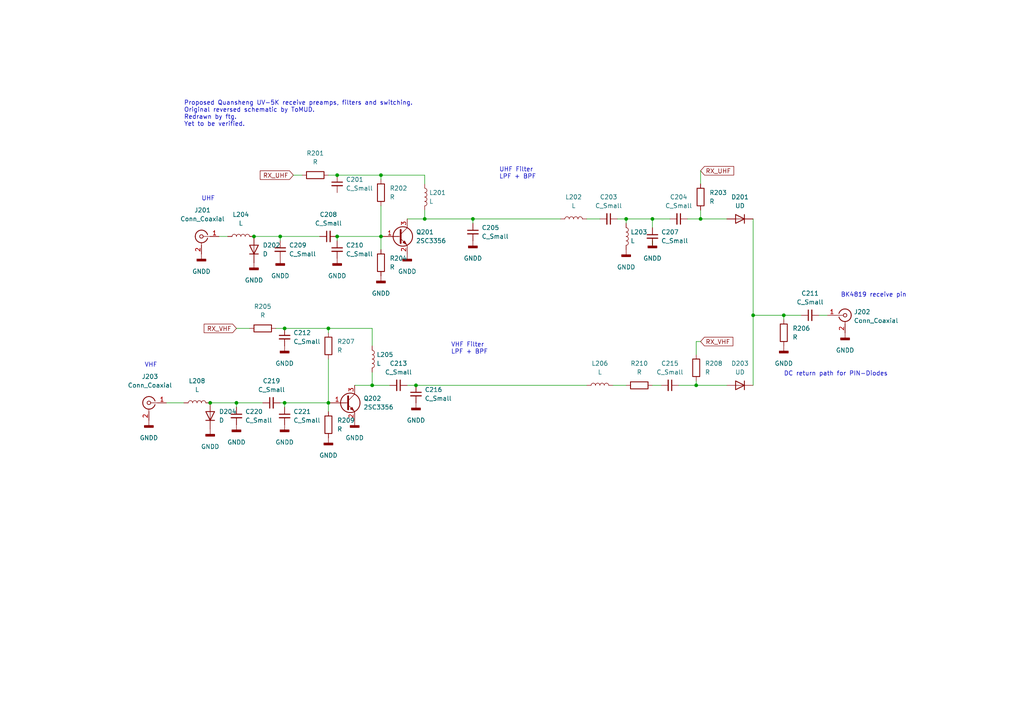
<source format=kicad_sch>
(kicad_sch (version 20211123) (generator eeschema)

  (uuid 0a203313-b256-4b1f-ba3a-fa2f0afd9562)

  (paper "A4")

  (lib_symbols
    (symbol "Connector:Conn_Coaxial" (pin_names (offset 1.016) hide) (in_bom yes) (on_board yes)
      (property "Reference" "J" (id 0) (at 0.254 3.048 0)
        (effects (font (size 1.27 1.27)))
      )
      (property "Value" "Conn_Coaxial" (id 1) (at 2.921 0 90)
        (effects (font (size 1.27 1.27)))
      )
      (property "Footprint" "" (id 2) (at 0 0 0)
        (effects (font (size 1.27 1.27)) hide)
      )
      (property "Datasheet" " ~" (id 3) (at 0 0 0)
        (effects (font (size 1.27 1.27)) hide)
      )
      (property "ki_keywords" "BNC SMA SMB SMC LEMO coaxial connector CINCH RCA" (id 4) (at 0 0 0)
        (effects (font (size 1.27 1.27)) hide)
      )
      (property "ki_description" "coaxial connector (BNC, SMA, SMB, SMC, Cinch/RCA, LEMO, ...)" (id 5) (at 0 0 0)
        (effects (font (size 1.27 1.27)) hide)
      )
      (property "ki_fp_filters" "*BNC* *SMA* *SMB* *SMC* *Cinch* *LEMO*" (id 6) (at 0 0 0)
        (effects (font (size 1.27 1.27)) hide)
      )
      (symbol "Conn_Coaxial_0_1"
        (arc (start -1.778 -0.508) (mid 0.2311 -1.8066) (end 1.778 0)
          (stroke (width 0.254) (type default) (color 0 0 0 0))
          (fill (type none))
        )
        (polyline
          (pts
            (xy -2.54 0)
            (xy -0.508 0)
          )
          (stroke (width 0) (type default) (color 0 0 0 0))
          (fill (type none))
        )
        (polyline
          (pts
            (xy 0 -2.54)
            (xy 0 -1.778)
          )
          (stroke (width 0) (type default) (color 0 0 0 0))
          (fill (type none))
        )
        (circle (center 0 0) (radius 0.508)
          (stroke (width 0.2032) (type default) (color 0 0 0 0))
          (fill (type none))
        )
        (arc (start 1.778 0) (mid 0.2099 1.8101) (end -1.778 0.508)
          (stroke (width 0.254) (type default) (color 0 0 0 0))
          (fill (type none))
        )
      )
      (symbol "Conn_Coaxial_1_1"
        (pin passive line (at -5.08 0 0) (length 2.54)
          (name "In" (effects (font (size 1.27 1.27))))
          (number "1" (effects (font (size 1.27 1.27))))
        )
        (pin passive line (at 0 -5.08 90) (length 2.54)
          (name "Ext" (effects (font (size 1.27 1.27))))
          (number "2" (effects (font (size 1.27 1.27))))
        )
      )
    )
    (symbol "Device:C_Small" (pin_numbers hide) (pin_names (offset 0.254) hide) (in_bom yes) (on_board yes)
      (property "Reference" "C" (id 0) (at 0.254 1.778 0)
        (effects (font (size 1.27 1.27)) (justify left))
      )
      (property "Value" "C_Small" (id 1) (at 0.254 -2.032 0)
        (effects (font (size 1.27 1.27)) (justify left))
      )
      (property "Footprint" "" (id 2) (at 0 0 0)
        (effects (font (size 1.27 1.27)) hide)
      )
      (property "Datasheet" "~" (id 3) (at 0 0 0)
        (effects (font (size 1.27 1.27)) hide)
      )
      (property "ki_keywords" "capacitor cap" (id 4) (at 0 0 0)
        (effects (font (size 1.27 1.27)) hide)
      )
      (property "ki_description" "Unpolarized capacitor, small symbol" (id 5) (at 0 0 0)
        (effects (font (size 1.27 1.27)) hide)
      )
      (property "ki_fp_filters" "C_*" (id 6) (at 0 0 0)
        (effects (font (size 1.27 1.27)) hide)
      )
      (symbol "C_Small_0_1"
        (polyline
          (pts
            (xy -1.524 -0.508)
            (xy 1.524 -0.508)
          )
          (stroke (width 0.3302) (type default) (color 0 0 0 0))
          (fill (type none))
        )
        (polyline
          (pts
            (xy -1.524 0.508)
            (xy 1.524 0.508)
          )
          (stroke (width 0.3048) (type default) (color 0 0 0 0))
          (fill (type none))
        )
      )
      (symbol "C_Small_1_1"
        (pin passive line (at 0 2.54 270) (length 2.032)
          (name "~" (effects (font (size 1.27 1.27))))
          (number "1" (effects (font (size 1.27 1.27))))
        )
        (pin passive line (at 0 -2.54 90) (length 2.032)
          (name "~" (effects (font (size 1.27 1.27))))
          (number "2" (effects (font (size 1.27 1.27))))
        )
      )
    )
    (symbol "Device:D" (pin_numbers hide) (pin_names (offset 1.016) hide) (in_bom yes) (on_board yes)
      (property "Reference" "D" (id 0) (at 0 2.54 0)
        (effects (font (size 1.27 1.27)))
      )
      (property "Value" "D" (id 1) (at 0 -2.54 0)
        (effects (font (size 1.27 1.27)))
      )
      (property "Footprint" "" (id 2) (at 0 0 0)
        (effects (font (size 1.27 1.27)) hide)
      )
      (property "Datasheet" "~" (id 3) (at 0 0 0)
        (effects (font (size 1.27 1.27)) hide)
      )
      (property "ki_keywords" "diode" (id 4) (at 0 0 0)
        (effects (font (size 1.27 1.27)) hide)
      )
      (property "ki_description" "Diode" (id 5) (at 0 0 0)
        (effects (font (size 1.27 1.27)) hide)
      )
      (property "ki_fp_filters" "TO-???* *_Diode_* *SingleDiode* D_*" (id 6) (at 0 0 0)
        (effects (font (size 1.27 1.27)) hide)
      )
      (symbol "D_0_1"
        (polyline
          (pts
            (xy -1.27 1.27)
            (xy -1.27 -1.27)
          )
          (stroke (width 0.254) (type default) (color 0 0 0 0))
          (fill (type none))
        )
        (polyline
          (pts
            (xy 1.27 0)
            (xy -1.27 0)
          )
          (stroke (width 0) (type default) (color 0 0 0 0))
          (fill (type none))
        )
        (polyline
          (pts
            (xy 1.27 1.27)
            (xy 1.27 -1.27)
            (xy -1.27 0)
            (xy 1.27 1.27)
          )
          (stroke (width 0.254) (type default) (color 0 0 0 0))
          (fill (type none))
        )
      )
      (symbol "D_1_1"
        (pin passive line (at -3.81 0 0) (length 2.54)
          (name "K" (effects (font (size 1.27 1.27))))
          (number "1" (effects (font (size 1.27 1.27))))
        )
        (pin passive line (at 3.81 0 180) (length 2.54)
          (name "A" (effects (font (size 1.27 1.27))))
          (number "2" (effects (font (size 1.27 1.27))))
        )
      )
    )
    (symbol "Device:L" (pin_numbers hide) (pin_names (offset 1.016) hide) (in_bom yes) (on_board yes)
      (property "Reference" "L" (id 0) (at -1.27 0 90)
        (effects (font (size 1.27 1.27)))
      )
      (property "Value" "L" (id 1) (at 1.905 0 90)
        (effects (font (size 1.27 1.27)))
      )
      (property "Footprint" "" (id 2) (at 0 0 0)
        (effects (font (size 1.27 1.27)) hide)
      )
      (property "Datasheet" "~" (id 3) (at 0 0 0)
        (effects (font (size 1.27 1.27)) hide)
      )
      (property "ki_keywords" "inductor choke coil reactor magnetic" (id 4) (at 0 0 0)
        (effects (font (size 1.27 1.27)) hide)
      )
      (property "ki_description" "Inductor" (id 5) (at 0 0 0)
        (effects (font (size 1.27 1.27)) hide)
      )
      (property "ki_fp_filters" "Choke_* *Coil* Inductor_* L_*" (id 6) (at 0 0 0)
        (effects (font (size 1.27 1.27)) hide)
      )
      (symbol "L_0_1"
        (arc (start 0 -2.54) (mid 0.635 -1.905) (end 0 -1.27)
          (stroke (width 0) (type default) (color 0 0 0 0))
          (fill (type none))
        )
        (arc (start 0 -1.27) (mid 0.635 -0.635) (end 0 0)
          (stroke (width 0) (type default) (color 0 0 0 0))
          (fill (type none))
        )
        (arc (start 0 0) (mid 0.635 0.635) (end 0 1.27)
          (stroke (width 0) (type default) (color 0 0 0 0))
          (fill (type none))
        )
        (arc (start 0 1.27) (mid 0.635 1.905) (end 0 2.54)
          (stroke (width 0) (type default) (color 0 0 0 0))
          (fill (type none))
        )
      )
      (symbol "L_1_1"
        (pin passive line (at 0 3.81 270) (length 1.27)
          (name "1" (effects (font (size 1.27 1.27))))
          (number "1" (effects (font (size 1.27 1.27))))
        )
        (pin passive line (at 0 -3.81 90) (length 1.27)
          (name "2" (effects (font (size 1.27 1.27))))
          (number "2" (effects (font (size 1.27 1.27))))
        )
      )
    )
    (symbol "Device:R" (pin_numbers hide) (pin_names (offset 0)) (in_bom yes) (on_board yes)
      (property "Reference" "R" (id 0) (at 2.032 0 90)
        (effects (font (size 1.27 1.27)))
      )
      (property "Value" "R" (id 1) (at 0 0 90)
        (effects (font (size 1.27 1.27)))
      )
      (property "Footprint" "" (id 2) (at -1.778 0 90)
        (effects (font (size 1.27 1.27)) hide)
      )
      (property "Datasheet" "~" (id 3) (at 0 0 0)
        (effects (font (size 1.27 1.27)) hide)
      )
      (property "ki_keywords" "R res resistor" (id 4) (at 0 0 0)
        (effects (font (size 1.27 1.27)) hide)
      )
      (property "ki_description" "Resistor" (id 5) (at 0 0 0)
        (effects (font (size 1.27 1.27)) hide)
      )
      (property "ki_fp_filters" "R_*" (id 6) (at 0 0 0)
        (effects (font (size 1.27 1.27)) hide)
      )
      (symbol "R_0_1"
        (rectangle (start -1.016 -2.54) (end 1.016 2.54)
          (stroke (width 0.254) (type default) (color 0 0 0 0))
          (fill (type none))
        )
      )
      (symbol "R_1_1"
        (pin passive line (at 0 3.81 270) (length 1.27)
          (name "~" (effects (font (size 1.27 1.27))))
          (number "1" (effects (font (size 1.27 1.27))))
        )
        (pin passive line (at 0 -3.81 90) (length 1.27)
          (name "~" (effects (font (size 1.27 1.27))))
          (number "2" (effects (font (size 1.27 1.27))))
        )
      )
    )
    (symbol "Transistor_BJT:BFR92" (pin_names (offset 0) hide) (in_bom yes) (on_board yes)
      (property "Reference" "Q" (id 0) (at 5.08 1.905 0)
        (effects (font (size 1.27 1.27)) (justify left))
      )
      (property "Value" "BFR92" (id 1) (at 5.08 0 0)
        (effects (font (size 1.27 1.27)) (justify left))
      )
      (property "Footprint" "Package_TO_SOT_SMD:SOT-323_SC-70" (id 2) (at 5.08 -1.905 0)
        (effects (font (size 1.27 1.27) italic) (justify left) hide)
      )
      (property "Datasheet" "https://assets.nexperia.com/documents/data-sheet/BFR92A_N.pdf" (id 3) (at 0 0 0)
        (effects (font (size 1.27 1.27)) (justify left) hide)
      )
      (property "ki_keywords" "RF 5GHz NPN Transistor" (id 4) (at 0 0 0)
        (effects (font (size 1.27 1.27)) hide)
      )
      (property "ki_description" "0.025A Ic, 15V Vce, 5GHz Wideband NPN Transistor, SOT-323" (id 5) (at 0 0 0)
        (effects (font (size 1.27 1.27)) hide)
      )
      (property "ki_fp_filters" "SOT?323*" (id 6) (at 0 0 0)
        (effects (font (size 1.27 1.27)) hide)
      )
      (symbol "BFR92_0_1"
        (polyline
          (pts
            (xy 0 0)
            (xy 0.635 0)
          )
          (stroke (width 0) (type default) (color 0 0 0 0))
          (fill (type none))
        )
        (polyline
          (pts
            (xy 0.635 0.635)
            (xy 2.54 2.54)
          )
          (stroke (width 0) (type default) (color 0 0 0 0))
          (fill (type none))
        )
        (polyline
          (pts
            (xy 2.54 -2.54)
            (xy 0.635 -0.635)
          )
          (stroke (width 0) (type default) (color 0 0 0 0))
          (fill (type none))
        )
        (polyline
          (pts
            (xy 0.635 1.905)
            (xy 0.635 0)
            (xy 0.635 -1.905)
            (xy 0.635 -1.905)
          )
          (stroke (width 0.508) (type default) (color 0 0 0 0))
          (fill (type none))
        )
        (polyline
          (pts
            (xy 2.286 -2.286)
            (xy 1.778 -1.27)
            (xy 1.27 -1.778)
            (xy 2.286 -2.286)
            (xy 2.286 -2.286)
          )
          (stroke (width 0) (type default) (color 0 0 0 0))
          (fill (type outline))
        )
        (circle (center 1.27 0) (radius 2.8194)
          (stroke (width 0.254) (type default) (color 0 0 0 0))
          (fill (type none))
        )
      )
      (symbol "BFR92_1_1"
        (pin input line (at -5.08 0 0) (length 5.08)
          (name "B" (effects (font (size 1.27 1.27))))
          (number "1" (effects (font (size 1.27 1.27))))
        )
        (pin passive line (at 2.54 -5.08 90) (length 2.54)
          (name "E" (effects (font (size 1.27 1.27))))
          (number "2" (effects (font (size 1.27 1.27))))
        )
        (pin passive line (at 2.54 5.08 270) (length 2.54)
          (name "C" (effects (font (size 1.27 1.27))))
          (number "3" (effects (font (size 1.27 1.27))))
        )
      )
    )
    (symbol "power:GNDD" (power) (pin_names (offset 0)) (in_bom yes) (on_board yes)
      (property "Reference" "#PWR" (id 0) (at 0 -6.35 0)
        (effects (font (size 1.27 1.27)) hide)
      )
      (property "Value" "GNDD" (id 1) (at 0 -3.175 0)
        (effects (font (size 1.27 1.27)))
      )
      (property "Footprint" "" (id 2) (at 0 0 0)
        (effects (font (size 1.27 1.27)) hide)
      )
      (property "Datasheet" "" (id 3) (at 0 0 0)
        (effects (font (size 1.27 1.27)) hide)
      )
      (property "ki_keywords" "power-flag" (id 4) (at 0 0 0)
        (effects (font (size 1.27 1.27)) hide)
      )
      (property "ki_description" "Power symbol creates a global label with name \"GNDD\" , digital ground" (id 5) (at 0 0 0)
        (effects (font (size 1.27 1.27)) hide)
      )
      (symbol "GNDD_0_1"
        (rectangle (start -1.27 -1.524) (end 1.27 -2.032)
          (stroke (width 0.254) (type default) (color 0 0 0 0))
          (fill (type outline))
        )
        (polyline
          (pts
            (xy 0 0)
            (xy 0 -1.524)
          )
          (stroke (width 0) (type default) (color 0 0 0 0))
          (fill (type none))
        )
      )
      (symbol "GNDD_1_1"
        (pin power_in line (at 0 0 270) (length 0) hide
          (name "GNDD" (effects (font (size 1.27 1.27))))
          (number "1" (effects (font (size 1.27 1.27))))
        )
      )
    )
  )

  (junction (at 81.28 68.58) (diameter 0) (color 0 0 0 0)
    (uuid 06d88f2e-3828-4d59-96af-9478346a4f84)
  )
  (junction (at 73.66 68.58) (diameter 0) (color 0 0 0 0)
    (uuid 082a3a31-0c9f-4ff7-b9b7-cdb8a25aa817)
  )
  (junction (at 107.95 111.76) (diameter 0) (color 0 0 0 0)
    (uuid 21158411-b5fd-48aa-86f5-c60ee3281638)
  )
  (junction (at 123.19 63.5) (diameter 0) (color 0 0 0 0)
    (uuid 283513e4-110d-4233-9643-8a8a4ef9d702)
  )
  (junction (at 110.49 68.58) (diameter 0) (color 0 0 0 0)
    (uuid 3aedb562-9313-4b30-a758-334ca2acf401)
  )
  (junction (at 95.25 116.84) (diameter 0) (color 0 0 0 0)
    (uuid 4cb0b061-9f00-4526-9642-4ae652190ecd)
  )
  (junction (at 120.65 111.76) (diameter 0) (color 0 0 0 0)
    (uuid 5d40bf60-366d-4700-bca4-7d1bb000d47a)
  )
  (junction (at 68.58 116.84) (diameter 0) (color 0 0 0 0)
    (uuid 5d988ce6-0b9b-44d2-9b0f-a8c2f49ac7db)
  )
  (junction (at 60.96 116.84) (diameter 0) (color 0 0 0 0)
    (uuid 5eb38465-8b32-4016-8242-db312119ae87)
  )
  (junction (at 201.93 111.76) (diameter 0) (color 0 0 0 0)
    (uuid 6e7e3f36-ff15-4381-ba6c-a94f2bb8ee0e)
  )
  (junction (at 97.79 68.58) (diameter 0) (color 0 0 0 0)
    (uuid 87642501-550a-4681-b52a-ed0fa1e22010)
  )
  (junction (at 82.55 116.84) (diameter 0) (color 0 0 0 0)
    (uuid 88b7d32a-7417-4c80-aff7-78a845407e36)
  )
  (junction (at 189.23 63.5) (diameter 0) (color 0 0 0 0)
    (uuid 8cfcc6a3-b4af-454f-ad07-64d117cf4846)
  )
  (junction (at 137.16 63.5) (diameter 0) (color 0 0 0 0)
    (uuid 8d918f9d-75b4-4703-a916-0f410edab8c8)
  )
  (junction (at 97.79 50.8) (diameter 0) (color 0 0 0 0)
    (uuid 9105ec55-6709-450c-ad7a-8fbd33d6224d)
  )
  (junction (at 227.33 91.44) (diameter 0) (color 0 0 0 0)
    (uuid 9d38e975-af99-4223-8408-8869487aaea0)
  )
  (junction (at 181.61 63.5) (diameter 0) (color 0 0 0 0)
    (uuid c548dcd6-a852-4ea1-a841-bedd47c262c6)
  )
  (junction (at 110.49 50.8) (diameter 0) (color 0 0 0 0)
    (uuid cbe4fd73-714d-49e7-9383-e3508d434c82)
  )
  (junction (at 203.2 63.5) (diameter 0) (color 0 0 0 0)
    (uuid d4380d3f-4dce-4b46-800f-90a7b786ecd0)
  )
  (junction (at 218.44 91.44) (diameter 0) (color 0 0 0 0)
    (uuid e048bcdf-9d1e-42de-a0cd-9501396193a1)
  )
  (junction (at 82.55 95.25) (diameter 0) (color 0 0 0 0)
    (uuid f71a0ac0-4276-4c3d-8713-eeb1c347315d)
  )
  (junction (at 95.25 95.25) (diameter 0) (color 0 0 0 0)
    (uuid f9e087e7-32c8-488d-8666-83579f00ba38)
  )

  (wire (pts (xy 118.11 111.76) (xy 120.65 111.76))
    (stroke (width 0) (type default) (color 0 0 0 0))
    (uuid 00187197-985c-4cef-b1e8-93662fa8d785)
  )
  (wire (pts (xy 118.11 63.5) (xy 123.19 63.5))
    (stroke (width 0) (type default) (color 0 0 0 0))
    (uuid 00f9ba9d-0f5d-4d25-9e6f-4b82c42fd7a2)
  )
  (wire (pts (xy 201.93 99.06) (xy 203.2 99.06))
    (stroke (width 0) (type default) (color 0 0 0 0))
    (uuid 02ee2c04-db77-4eda-8653-b7eddc2a1fcf)
  )
  (wire (pts (xy 227.33 92.71) (xy 227.33 91.44))
    (stroke (width 0) (type default) (color 0 0 0 0))
    (uuid 03807953-3634-4274-9050-3d4938017a44)
  )
  (wire (pts (xy 137.16 63.5) (xy 162.56 63.5))
    (stroke (width 0) (type default) (color 0 0 0 0))
    (uuid 05c58823-e46a-4e30-8c27-92580d4ca7af)
  )
  (wire (pts (xy 102.87 111.76) (xy 107.95 111.76))
    (stroke (width 0) (type default) (color 0 0 0 0))
    (uuid 09a4c568-2fc4-4bb7-b653-1610cc3ea227)
  )
  (wire (pts (xy 123.19 60.96) (xy 123.19 63.5))
    (stroke (width 0) (type default) (color 0 0 0 0))
    (uuid 0ac16ea7-56b0-404d-b9c2-340594054f95)
  )
  (wire (pts (xy 218.44 63.5) (xy 218.44 91.44))
    (stroke (width 0) (type default) (color 0 0 0 0))
    (uuid 0d107f04-efa8-4d05-8107-797416dd4568)
  )
  (wire (pts (xy 97.79 69.85) (xy 97.79 68.58))
    (stroke (width 0) (type default) (color 0 0 0 0))
    (uuid 14fc1fd4-398d-4eb4-95cb-54c3e92f66d1)
  )
  (wire (pts (xy 95.25 116.84) (xy 95.25 119.38))
    (stroke (width 0) (type default) (color 0 0 0 0))
    (uuid 17c3c0a1-1a6b-4f17-b96a-3dfd7a0bc437)
  )
  (wire (pts (xy 199.39 63.5) (xy 203.2 63.5))
    (stroke (width 0) (type default) (color 0 0 0 0))
    (uuid 1e20239c-bb0d-4452-a2e9-04b20c09713a)
  )
  (wire (pts (xy 82.55 95.25) (xy 95.25 95.25))
    (stroke (width 0) (type default) (color 0 0 0 0))
    (uuid 208a0f16-5dbc-48fa-a990-2285b03aac20)
  )
  (wire (pts (xy 181.61 64.77) (xy 181.61 63.5))
    (stroke (width 0) (type default) (color 0 0 0 0))
    (uuid 227b689b-c595-4ef5-92f4-e51ddf59662d)
  )
  (wire (pts (xy 81.28 68.58) (xy 92.71 68.58))
    (stroke (width 0) (type default) (color 0 0 0 0))
    (uuid 2f9cf29c-9ef6-49e8-b7d4-1abbb0db898f)
  )
  (wire (pts (xy 80.01 95.25) (xy 82.55 95.25))
    (stroke (width 0) (type default) (color 0 0 0 0))
    (uuid 31467126-eea7-4090-853e-f430c2608ab3)
  )
  (wire (pts (xy 179.07 63.5) (xy 181.61 63.5))
    (stroke (width 0) (type default) (color 0 0 0 0))
    (uuid 31d50373-dfa3-4479-a8f0-2093801791b6)
  )
  (wire (pts (xy 110.49 59.69) (xy 110.49 68.58))
    (stroke (width 0) (type default) (color 0 0 0 0))
    (uuid 35ad7004-1957-429f-87b8-64e6f5b5fd49)
  )
  (wire (pts (xy 189.23 63.5) (xy 189.23 66.04))
    (stroke (width 0) (type default) (color 0 0 0 0))
    (uuid 3615c494-092b-4957-9083-33f35773f6a2)
  )
  (wire (pts (xy 82.55 116.84) (xy 82.55 118.11))
    (stroke (width 0) (type default) (color 0 0 0 0))
    (uuid 3a742c2e-fc47-4fb1-9bcc-ff07660440a7)
  )
  (wire (pts (xy 81.28 116.84) (xy 82.55 116.84))
    (stroke (width 0) (type default) (color 0 0 0 0))
    (uuid 3b565b9b-c52b-402d-895c-145d0fffb233)
  )
  (wire (pts (xy 123.19 50.8) (xy 110.49 50.8))
    (stroke (width 0) (type default) (color 0 0 0 0))
    (uuid 42eea346-477a-4d77-b454-68ca6e1f0749)
  )
  (wire (pts (xy 177.8 111.76) (xy 181.61 111.76))
    (stroke (width 0) (type default) (color 0 0 0 0))
    (uuid 437cf9c5-e823-49de-8f49-49b1b834495f)
  )
  (wire (pts (xy 107.95 100.33) (xy 107.95 95.25))
    (stroke (width 0) (type default) (color 0 0 0 0))
    (uuid 45730fc2-7caf-4b41-b0a9-58d2429c4d0f)
  )
  (wire (pts (xy 73.66 68.58) (xy 81.28 68.58))
    (stroke (width 0) (type default) (color 0 0 0 0))
    (uuid 47a3d178-0530-4f89-a6ee-5df7c89bba8c)
  )
  (wire (pts (xy 110.49 68.58) (xy 110.49 72.39))
    (stroke (width 0) (type default) (color 0 0 0 0))
    (uuid 52703212-2c7b-431a-a084-55b232230c40)
  )
  (wire (pts (xy 107.95 95.25) (xy 95.25 95.25))
    (stroke (width 0) (type default) (color 0 0 0 0))
    (uuid 527b9b84-68d9-45cd-96f6-b637a03f8cc1)
  )
  (wire (pts (xy 227.33 91.44) (xy 232.41 91.44))
    (stroke (width 0) (type default) (color 0 0 0 0))
    (uuid 5b6845ad-d6b6-4970-9bd9-78c4bce1033d)
  )
  (wire (pts (xy 76.2 116.84) (xy 68.58 116.84))
    (stroke (width 0) (type default) (color 0 0 0 0))
    (uuid 5c0b5f4a-c689-4801-a7a1-3b215803ca5d)
  )
  (wire (pts (xy 181.61 63.5) (xy 189.23 63.5))
    (stroke (width 0) (type default) (color 0 0 0 0))
    (uuid 67e39b8f-7c1e-4f30-825b-b33c72b18dac)
  )
  (wire (pts (xy 63.5 68.58) (xy 66.04 68.58))
    (stroke (width 0) (type default) (color 0 0 0 0))
    (uuid 68948090-da4e-4201-8341-0b7564e1e46c)
  )
  (wire (pts (xy 82.55 116.84) (xy 95.25 116.84))
    (stroke (width 0) (type default) (color 0 0 0 0))
    (uuid 6bab0583-b208-4dd6-b40e-257537049f3b)
  )
  (wire (pts (xy 203.2 63.5) (xy 210.82 63.5))
    (stroke (width 0) (type default) (color 0 0 0 0))
    (uuid 75f186b8-d224-480e-b426-b07feec5b16b)
  )
  (wire (pts (xy 189.23 63.5) (xy 194.31 63.5))
    (stroke (width 0) (type default) (color 0 0 0 0))
    (uuid 785ed82c-5c20-40e3-bdbe-7cd8102db34b)
  )
  (wire (pts (xy 113.03 111.76) (xy 107.95 111.76))
    (stroke (width 0) (type default) (color 0 0 0 0))
    (uuid 793623d8-60d4-40d4-b5ac-de8c1d980658)
  )
  (wire (pts (xy 201.93 111.76) (xy 210.82 111.76))
    (stroke (width 0) (type default) (color 0 0 0 0))
    (uuid 8740ebeb-811f-4415-ba0c-479e1d28fff2)
  )
  (wire (pts (xy 97.79 68.58) (xy 110.49 68.58))
    (stroke (width 0) (type default) (color 0 0 0 0))
    (uuid 8a6164b9-8e42-44f3-ab94-920535aae75f)
  )
  (wire (pts (xy 218.44 91.44) (xy 227.33 91.44))
    (stroke (width 0) (type default) (color 0 0 0 0))
    (uuid 92b4cadf-8ce1-494c-a4de-48aa0381ff5d)
  )
  (wire (pts (xy 123.19 53.34) (xy 123.19 50.8))
    (stroke (width 0) (type default) (color 0 0 0 0))
    (uuid 9673b46c-71f3-4dea-9c56-9c146275142e)
  )
  (wire (pts (xy 189.23 71.12) (xy 189.23 69.85))
    (stroke (width 0) (type default) (color 0 0 0 0))
    (uuid 9826a30a-481b-4156-8903-d8b987c9e9b6)
  )
  (wire (pts (xy 68.58 95.25) (xy 72.39 95.25))
    (stroke (width 0) (type default) (color 0 0 0 0))
    (uuid 985534fc-a62a-4747-9606-5296ec99f685)
  )
  (wire (pts (xy 137.16 63.5) (xy 137.16 64.77))
    (stroke (width 0) (type default) (color 0 0 0 0))
    (uuid a0ac6cad-de96-444b-8061-81977281f7c5)
  )
  (wire (pts (xy 107.95 111.76) (xy 107.95 107.95))
    (stroke (width 0) (type default) (color 0 0 0 0))
    (uuid a5645d5f-a488-4001-ac65-7dfd96e6e179)
  )
  (wire (pts (xy 123.19 63.5) (xy 137.16 63.5))
    (stroke (width 0) (type default) (color 0 0 0 0))
    (uuid ab0ef898-feb9-4096-b364-81f5f3ce1b8f)
  )
  (wire (pts (xy 203.2 60.96) (xy 203.2 63.5))
    (stroke (width 0) (type default) (color 0 0 0 0))
    (uuid b1134919-999b-4650-a3ae-ac14c6cd2eea)
  )
  (wire (pts (xy 97.79 50.8) (xy 95.25 50.8))
    (stroke (width 0) (type default) (color 0 0 0 0))
    (uuid b16e0efe-c295-4897-ba99-52e29aceb36a)
  )
  (wire (pts (xy 201.93 110.49) (xy 201.93 111.76))
    (stroke (width 0) (type default) (color 0 0 0 0))
    (uuid b20b3145-5370-4aa3-acb7-35e3c2135398)
  )
  (wire (pts (xy 170.18 63.5) (xy 173.99 63.5))
    (stroke (width 0) (type default) (color 0 0 0 0))
    (uuid b24f08b3-4f44-4c85-8249-c7302c83b6ed)
  )
  (wire (pts (xy 81.28 68.58) (xy 81.28 69.85))
    (stroke (width 0) (type default) (color 0 0 0 0))
    (uuid b2b1dfef-2cd4-404c-bf77-192aea7e9513)
  )
  (wire (pts (xy 201.93 102.87) (xy 201.93 99.06))
    (stroke (width 0) (type default) (color 0 0 0 0))
    (uuid bcbc653d-9f8d-48eb-8803-ac2d9f4aed6b)
  )
  (wire (pts (xy 218.44 91.44) (xy 218.44 111.76))
    (stroke (width 0) (type default) (color 0 0 0 0))
    (uuid bf6e81fc-c047-416e-b226-df1e052076ed)
  )
  (wire (pts (xy 189.23 111.76) (xy 191.77 111.76))
    (stroke (width 0) (type default) (color 0 0 0 0))
    (uuid c304613a-6bad-49ba-bf27-c3496fe09d52)
  )
  (wire (pts (xy 237.49 91.44) (xy 240.03 91.44))
    (stroke (width 0) (type default) (color 0 0 0 0))
    (uuid c739f3b6-ecd0-48c4-bfb5-04ef6d2971ef)
  )
  (wire (pts (xy 68.58 116.84) (xy 68.58 118.11))
    (stroke (width 0) (type default) (color 0 0 0 0))
    (uuid c842c1db-686d-49b2-8491-cf97f3153383)
  )
  (wire (pts (xy 95.25 104.14) (xy 95.25 116.84))
    (stroke (width 0) (type default) (color 0 0 0 0))
    (uuid cf176463-58a9-41f8-b210-28a5f2d45209)
  )
  (wire (pts (xy 196.85 111.76) (xy 201.93 111.76))
    (stroke (width 0) (type default) (color 0 0 0 0))
    (uuid cfec4886-d1e8-46a1-8f58-81f6ef15038e)
  )
  (wire (pts (xy 95.25 95.25) (xy 95.25 96.52))
    (stroke (width 0) (type default) (color 0 0 0 0))
    (uuid d1c38767-0196-482f-a2a0-19f5f444ab51)
  )
  (wire (pts (xy 97.79 50.8) (xy 110.49 50.8))
    (stroke (width 0) (type default) (color 0 0 0 0))
    (uuid ddba902b-0130-4d5d-ab03-676a95284a42)
  )
  (wire (pts (xy 85.09 50.8) (xy 87.63 50.8))
    (stroke (width 0) (type default) (color 0 0 0 0))
    (uuid e5812eff-7b96-48bc-a24a-e679fba72a99)
  )
  (wire (pts (xy 120.65 111.76) (xy 170.18 111.76))
    (stroke (width 0) (type default) (color 0 0 0 0))
    (uuid e6954b58-b9e5-4f5a-b5df-dc5810c69951)
  )
  (wire (pts (xy 60.96 116.84) (xy 68.58 116.84))
    (stroke (width 0) (type default) (color 0 0 0 0))
    (uuid edb94436-502a-4dd8-980e-563ddbde04a4)
  )
  (wire (pts (xy 203.2 49.53) (xy 203.2 53.34))
    (stroke (width 0) (type default) (color 0 0 0 0))
    (uuid f616a2bd-6c30-47ba-94f7-f2a1e3e702d2)
  )
  (wire (pts (xy 110.49 50.8) (xy 110.49 52.07))
    (stroke (width 0) (type default) (color 0 0 0 0))
    (uuid f7369859-aedd-40b5-8b0e-0f29b720efb6)
  )
  (wire (pts (xy 48.26 116.84) (xy 53.34 116.84))
    (stroke (width 0) (type default) (color 0 0 0 0))
    (uuid fb905fdd-f8ae-4309-ad4b-6a1aa75a7509)
  )

  (text "BK4819 receive pin\n" (at 243.84 86.36 0)
    (effects (font (size 1.27 1.27)) (justify left bottom))
    (uuid 11bf179c-477d-4828-bef9-9f173d11ac4b)
  )
  (text "UHF Filter\nLPF + BPF" (at 144.78 52.07 0)
    (effects (font (size 1.27 1.27)) (justify left bottom))
    (uuid 25e4ac7b-1c91-458f-8606-596306c250fc)
  )
  (text "VHF\n" (at 41.91 106.68 0)
    (effects (font (size 1.27 1.27)) (justify left bottom))
    (uuid 3b87f717-e351-4114-aa07-46f7846f85df)
  )
  (text "UHF\n" (at 58.42 58.42 0)
    (effects (font (size 1.27 1.27)) (justify left bottom))
    (uuid 444e13a5-f8ee-401e-9a21-49a9621a2438)
  )
  (text "DC return path for PIN-Diodes\n" (at 227.33 109.22 0)
    (effects (font (size 1.27 1.27)) (justify left bottom))
    (uuid 6accff73-830e-4ddd-aa2d-2ee06cca4738)
  )
  (text "Proposed Quansheng UV-5K receive preamps, filters and switching.\nOriginal reversed schematic by ToMUD.\nRedrawn by ftg.\nYet to be verified."
    (at 53.34 36.83 0)
    (effects (font (size 1.27 1.27)) (justify left bottom))
    (uuid 7193f307-cbac-48c9-bb4d-05a63dc500bb)
  )
  (text "VHF Filter\nLPF + BPF" (at 130.81 102.87 0)
    (effects (font (size 1.27 1.27)) (justify left bottom))
    (uuid dfc52ef8-a031-4b90-be01-e4c2b8ff71cb)
  )

  (global_label "RX_UHF" (shape input) (at 203.2 49.53 0) (fields_autoplaced)
    (effects (font (size 1.27 1.27)) (justify left))
    (uuid 3f5de729-0eb1-4cb3-ba99-b67fa22ef554)
    (property "Intersheet References" "${INTERSHEET_REFS}" (id 0) (at 212.8098 49.4506 0)
      (effects (font (size 1.27 1.27)) (justify left) hide)
    )
  )
  (global_label "RX_UHF" (shape input) (at 85.09 50.8 180) (fields_autoplaced)
    (effects (font (size 1.27 1.27)) (justify right))
    (uuid c27fb910-7452-4a5a-b050-4585d3ca9048)
    (property "Intersheet References" "${INTERSHEET_REFS}" (id 0) (at 75.4802 50.7206 0)
      (effects (font (size 1.27 1.27)) (justify right) hide)
    )
  )
  (global_label "RX_VHF" (shape input) (at 203.2 99.06 0) (fields_autoplaced)
    (effects (font (size 1.27 1.27)) (justify left))
    (uuid cb7789d6-890b-4306-9073-35f7a55ef37a)
    (property "Intersheet References" "${INTERSHEET_REFS}" (id 0) (at 212.5679 98.9806 0)
      (effects (font (size 1.27 1.27)) (justify left) hide)
    )
  )
  (global_label "RX_VHF" (shape input) (at 68.58 95.25 180) (fields_autoplaced)
    (effects (font (size 1.27 1.27)) (justify right))
    (uuid cfd49690-edc6-44e4-88bf-aa9df8804d20)
    (property "Intersheet References" "${INTERSHEET_REFS}" (id 0) (at 59.2121 95.1706 0)
      (effects (font (size 1.27 1.27)) (justify right) hide)
    )
  )

  (symbol (lib_id "power:GNDD") (at 81.28 74.93 0) (unit 1)
    (in_bom yes) (on_board yes) (fields_autoplaced)
    (uuid 047d90b7-8fbe-4529-82b4-7dd304161f4c)
    (property "Reference" "#PWR0207" (id 0) (at 81.28 81.28 0)
      (effects (font (size 1.27 1.27)) hide)
    )
    (property "Value" "GNDD" (id 1) (at 81.28 80.01 0))
    (property "Footprint" "" (id 2) (at 81.28 74.93 0)
      (effects (font (size 1.27 1.27)) hide)
    )
    (property "Datasheet" "" (id 3) (at 81.28 74.93 0)
      (effects (font (size 1.27 1.27)) hide)
    )
    (pin "1" (uuid 666f1314-6eb1-4d5e-be6d-4254272d4273))
  )

  (symbol (lib_id "Transistor_BJT:BFR92") (at 115.57 68.58 0) (unit 1)
    (in_bom yes) (on_board yes) (fields_autoplaced)
    (uuid 049a78b6-8406-464e-a987-3a94de130735)
    (property "Reference" "Q201" (id 0) (at 120.65 67.3099 0)
      (effects (font (size 1.27 1.27)) (justify left))
    )
    (property "Value" "2SC3356" (id 1) (at 120.65 69.8499 0)
      (effects (font (size 1.27 1.27)) (justify left))
    )
    (property "Footprint" "Package_TO_SOT_SMD:SOT-323_SC-70" (id 2) (at 120.65 70.485 0)
      (effects (font (size 1.27 1.27) italic) (justify left) hide)
    )
    (property "Datasheet" "https://assets.nexperia.com/documents/data-sheet/BFR92A_N.pdf" (id 3) (at 115.57 68.58 0)
      (effects (font (size 1.27 1.27)) (justify left) hide)
    )
    (pin "1" (uuid 7807656f-8131-42a1-981e-6a588374eb7d))
    (pin "2" (uuid b249a025-948c-4e3d-b6b4-0ae1ec16b524))
    (pin "3" (uuid eb490eef-e114-4aa9-b7a7-5cdd69a78986))
  )

  (symbol (lib_id "Device:C_Small") (at 82.55 97.79 0) (unit 1)
    (in_bom yes) (on_board yes) (fields_autoplaced)
    (uuid 0c82c00e-df71-4d9b-8b12-736788c0c0ef)
    (property "Reference" "C212" (id 0) (at 85.09 96.5262 0)
      (effects (font (size 1.27 1.27)) (justify left))
    )
    (property "Value" "C_Small" (id 1) (at 85.09 99.0662 0)
      (effects (font (size 1.27 1.27)) (justify left))
    )
    (property "Footprint" "" (id 2) (at 82.55 97.79 0)
      (effects (font (size 1.27 1.27)) hide)
    )
    (property "Datasheet" "~" (id 3) (at 82.55 97.79 0)
      (effects (font (size 1.27 1.27)) hide)
    )
    (pin "1" (uuid cc7e05c8-cc50-4a98-b42b-2d0c5b86a7ca))
    (pin "2" (uuid 76ac2228-d835-48c4-9457-e94172b20525))
  )

  (symbol (lib_id "Connector:Conn_Coaxial") (at 58.42 68.58 0) (mirror y) (unit 1)
    (in_bom yes) (on_board yes) (fields_autoplaced)
    (uuid 11e8d11b-b9bc-4acf-bc0e-5a224bdcf9e6)
    (property "Reference" "J201" (id 0) (at 58.7374 60.96 0))
    (property "Value" "Conn_Coaxial" (id 1) (at 58.7374 63.5 0))
    (property "Footprint" "" (id 2) (at 58.42 68.58 0)
      (effects (font (size 1.27 1.27)) hide)
    )
    (property "Datasheet" " ~" (id 3) (at 58.42 68.58 0)
      (effects (font (size 1.27 1.27)) hide)
    )
    (pin "1" (uuid 1dcdcbb0-c864-4acc-8caf-4d1b2b288aea))
    (pin "2" (uuid 4210d32f-cfa9-4d2d-9605-505aa78a5975))
  )

  (symbol (lib_id "Device:R") (at 91.44 50.8 90) (unit 1)
    (in_bom yes) (on_board yes) (fields_autoplaced)
    (uuid 1c2a3600-65f4-445f-a737-1825b7393c8e)
    (property "Reference" "R201" (id 0) (at 91.44 44.45 90))
    (property "Value" "R" (id 1) (at 91.44 46.99 90))
    (property "Footprint" "" (id 2) (at 91.44 52.578 90)
      (effects (font (size 1.27 1.27)) hide)
    )
    (property "Datasheet" "~" (id 3) (at 91.44 50.8 0)
      (effects (font (size 1.27 1.27)) hide)
    )
    (pin "1" (uuid f307ac7b-f61f-4ffe-a7ef-be80b1aa64a9))
    (pin "2" (uuid c5296a56-7a08-4f02-9016-8171987cc6b2))
  )

  (symbol (lib_id "Device:C_Small") (at 189.23 68.58 0) (unit 1)
    (in_bom yes) (on_board yes) (fields_autoplaced)
    (uuid 1c32b5bd-6f04-4d08-a217-08ff0cc112fe)
    (property "Reference" "C207" (id 0) (at 191.77 67.3162 0)
      (effects (font (size 1.27 1.27)) (justify left))
    )
    (property "Value" "C_Small" (id 1) (at 191.77 69.8562 0)
      (effects (font (size 1.27 1.27)) (justify left))
    )
    (property "Footprint" "" (id 2) (at 189.23 68.58 0)
      (effects (font (size 1.27 1.27)) hide)
    )
    (property "Datasheet" "~" (id 3) (at 189.23 68.58 0)
      (effects (font (size 1.27 1.27)) hide)
    )
    (pin "1" (uuid ccc691e5-0e2f-46c1-af5d-4352b2d852bc))
    (pin "2" (uuid f79724ce-ae17-4838-b372-022c548f2197))
  )

  (symbol (lib_id "Device:R") (at 95.25 123.19 0) (unit 1)
    (in_bom yes) (on_board yes) (fields_autoplaced)
    (uuid 1c56766b-06f8-494d-a027-d1f809894d61)
    (property "Reference" "R209" (id 0) (at 97.79 121.9199 0)
      (effects (font (size 1.27 1.27)) (justify left))
    )
    (property "Value" "R" (id 1) (at 97.79 124.4599 0)
      (effects (font (size 1.27 1.27)) (justify left))
    )
    (property "Footprint" "" (id 2) (at 93.472 123.19 90)
      (effects (font (size 1.27 1.27)) hide)
    )
    (property "Datasheet" "~" (id 3) (at 95.25 123.19 0)
      (effects (font (size 1.27 1.27)) hide)
    )
    (pin "1" (uuid 81d5f216-e01e-480d-80f0-9686634d0ea8))
    (pin "2" (uuid 535ad476-0282-44d5-b1a4-84d755d62e19))
  )

  (symbol (lib_id "Connector:Conn_Coaxial") (at 43.18 116.84 0) (mirror y) (unit 1)
    (in_bom yes) (on_board yes) (fields_autoplaced)
    (uuid 1cd3caba-d31b-476e-bf15-dd3ee34df321)
    (property "Reference" "J203" (id 0) (at 43.4974 109.22 0))
    (property "Value" "Conn_Coaxial" (id 1) (at 43.4974 111.76 0))
    (property "Footprint" "" (id 2) (at 43.18 116.84 0)
      (effects (font (size 1.27 1.27)) hide)
    )
    (property "Datasheet" " ~" (id 3) (at 43.18 116.84 0)
      (effects (font (size 1.27 1.27)) hide)
    )
    (pin "1" (uuid 15c5c61a-e7b4-42e1-adfa-2869bee59967))
    (pin "2" (uuid 93dd6bcb-16b6-435a-b659-ad52aae805a0))
  )

  (symbol (lib_id "Transistor_BJT:BFR92") (at 100.33 116.84 0) (unit 1)
    (in_bom yes) (on_board yes) (fields_autoplaced)
    (uuid 1fbcfeff-cf47-43b2-8115-586484452fb1)
    (property "Reference" "Q202" (id 0) (at 105.41 115.5699 0)
      (effects (font (size 1.27 1.27)) (justify left))
    )
    (property "Value" "2SC3356" (id 1) (at 105.41 118.1099 0)
      (effects (font (size 1.27 1.27)) (justify left))
    )
    (property "Footprint" "Package_TO_SOT_SMD:SOT-323_SC-70" (id 2) (at 105.41 118.745 0)
      (effects (font (size 1.27 1.27) italic) (justify left) hide)
    )
    (property "Datasheet" "https://assets.nexperia.com/documents/data-sheet/BFR92A_N.pdf" (id 3) (at 100.33 116.84 0)
      (effects (font (size 1.27 1.27)) (justify left) hide)
    )
    (pin "1" (uuid f4797399-94a9-444d-b310-3bff6d9b4cef))
    (pin "2" (uuid f3092ccc-61ca-4640-b079-0f98a04a2658))
    (pin "3" (uuid d7cb882f-3938-4d87-a2f8-20b0ae826c3f))
  )

  (symbol (lib_id "power:GNDD") (at 102.87 121.92 0) (unit 1)
    (in_bom yes) (on_board yes) (fields_autoplaced)
    (uuid 2416df56-94fd-4746-9a8e-b476d75dccb0)
    (property "Reference" "#PWR0219" (id 0) (at 102.87 128.27 0)
      (effects (font (size 1.27 1.27)) hide)
    )
    (property "Value" "GNDD" (id 1) (at 102.87 127 0))
    (property "Footprint" "" (id 2) (at 102.87 121.92 0)
      (effects (font (size 1.27 1.27)) hide)
    )
    (property "Datasheet" "" (id 3) (at 102.87 121.92 0)
      (effects (font (size 1.27 1.27)) hide)
    )
    (pin "1" (uuid 8553b4b5-8359-49b5-a792-4b545b4b4f29))
  )

  (symbol (lib_id "power:GNDD") (at 227.33 100.33 0) (unit 1)
    (in_bom yes) (on_board yes) (fields_autoplaced)
    (uuid 2a44202d-d203-4214-85d0-ad84e0b56d64)
    (property "Reference" "#PWR0213" (id 0) (at 227.33 106.68 0)
      (effects (font (size 1.27 1.27)) hide)
    )
    (property "Value" "GNDD" (id 1) (at 227.33 105.41 0))
    (property "Footprint" "" (id 2) (at 227.33 100.33 0)
      (effects (font (size 1.27 1.27)) hide)
    )
    (property "Datasheet" "" (id 3) (at 227.33 100.33 0)
      (effects (font (size 1.27 1.27)) hide)
    )
    (pin "1" (uuid 7d7c292a-d595-48ec-a224-ac050d331f75))
  )

  (symbol (lib_id "power:GNDD") (at 97.79 74.93 0) (unit 1)
    (in_bom yes) (on_board yes) (fields_autoplaced)
    (uuid 2aa4d47b-34bd-4325-bf8a-5fc12f6a537d)
    (property "Reference" "#PWR0208" (id 0) (at 97.79 81.28 0)
      (effects (font (size 1.27 1.27)) hide)
    )
    (property "Value" "GNDD" (id 1) (at 97.79 80.01 0))
    (property "Footprint" "" (id 2) (at 97.79 74.93 0)
      (effects (font (size 1.27 1.27)) hide)
    )
    (property "Datasheet" "" (id 3) (at 97.79 74.93 0)
      (effects (font (size 1.27 1.27)) hide)
    )
    (pin "1" (uuid 6f5a2062-a04c-41ef-982a-e7bd76607f08))
  )

  (symbol (lib_id "Device:R") (at 110.49 55.88 0) (unit 1)
    (in_bom yes) (on_board yes) (fields_autoplaced)
    (uuid 2b33de40-4618-410a-8c76-109ebd139610)
    (property "Reference" "R202" (id 0) (at 113.03 54.6099 0)
      (effects (font (size 1.27 1.27)) (justify left))
    )
    (property "Value" "R" (id 1) (at 113.03 57.1499 0)
      (effects (font (size 1.27 1.27)) (justify left))
    )
    (property "Footprint" "" (id 2) (at 108.712 55.88 90)
      (effects (font (size 1.27 1.27)) hide)
    )
    (property "Datasheet" "~" (id 3) (at 110.49 55.88 0)
      (effects (font (size 1.27 1.27)) hide)
    )
    (pin "1" (uuid c9c5aa6e-55eb-4f87-99d2-dd85320d476c))
    (pin "2" (uuid 55715e3a-6f9e-48ed-ae2a-e87885821049))
  )

  (symbol (lib_id "Device:C_Small") (at 196.85 63.5 270) (unit 1)
    (in_bom yes) (on_board yes) (fields_autoplaced)
    (uuid 2eed1619-6b4c-4326-8fe6-758a0147653f)
    (property "Reference" "C204" (id 0) (at 196.8436 57.15 90))
    (property "Value" "C_Small" (id 1) (at 196.8436 59.69 90))
    (property "Footprint" "" (id 2) (at 196.85 63.5 0)
      (effects (font (size 1.27 1.27)) hide)
    )
    (property "Datasheet" "~" (id 3) (at 196.85 63.5 0)
      (effects (font (size 1.27 1.27)) hide)
    )
    (pin "1" (uuid 8aff6bc4-6639-4267-a8aa-f9ce17a7da3e))
    (pin "2" (uuid 3514f80e-3272-4e38-a197-eee163f98d2f))
  )

  (symbol (lib_id "power:GNDD") (at 110.49 80.01 0) (unit 1)
    (in_bom yes) (on_board yes) (fields_autoplaced)
    (uuid 3a20a005-98aa-4a93-9194-69ee8073e5ce)
    (property "Reference" "#PWR0210" (id 0) (at 110.49 86.36 0)
      (effects (font (size 1.27 1.27)) hide)
    )
    (property "Value" "GNDD" (id 1) (at 110.49 85.09 0))
    (property "Footprint" "" (id 2) (at 110.49 80.01 0)
      (effects (font (size 1.27 1.27)) hide)
    )
    (property "Datasheet" "" (id 3) (at 110.49 80.01 0)
      (effects (font (size 1.27 1.27)) hide)
    )
    (pin "1" (uuid d7639b54-edbb-4dbc-96f5-4d37cdb70825))
  )

  (symbol (lib_id "Device:R") (at 185.42 111.76 90) (unit 1)
    (in_bom yes) (on_board yes) (fields_autoplaced)
    (uuid 3cbd1274-df9f-4ca0-bbab-8e93f3c20d64)
    (property "Reference" "R210" (id 0) (at 185.42 105.41 90))
    (property "Value" "R" (id 1) (at 185.42 107.95 90))
    (property "Footprint" "" (id 2) (at 185.42 113.538 90)
      (effects (font (size 1.27 1.27)) hide)
    )
    (property "Datasheet" "~" (id 3) (at 185.42 111.76 0)
      (effects (font (size 1.27 1.27)) hide)
    )
    (pin "1" (uuid a4e41654-2285-450a-964e-b84761930d4b))
    (pin "2" (uuid 8bde55b7-0e6d-49c4-9a06-72032766a906))
  )

  (symbol (lib_id "Device:C_Small") (at 97.79 72.39 0) (unit 1)
    (in_bom yes) (on_board yes) (fields_autoplaced)
    (uuid 3cc9eff2-834a-4c77-a618-964ee34a9e22)
    (property "Reference" "C210" (id 0) (at 100.33 71.1262 0)
      (effects (font (size 1.27 1.27)) (justify left))
    )
    (property "Value" "C_Small" (id 1) (at 100.33 73.6662 0)
      (effects (font (size 1.27 1.27)) (justify left))
    )
    (property "Footprint" "" (id 2) (at 97.79 72.39 0)
      (effects (font (size 1.27 1.27)) hide)
    )
    (property "Datasheet" "~" (id 3) (at 97.79 72.39 0)
      (effects (font (size 1.27 1.27)) hide)
    )
    (pin "1" (uuid f771eb12-8265-42c6-834f-4a0973f78544))
    (pin "2" (uuid 07f6f6ca-5999-4f6a-a634-08dd11375f66))
  )

  (symbol (lib_id "Device:R") (at 201.93 106.68 180) (unit 1)
    (in_bom yes) (on_board yes) (fields_autoplaced)
    (uuid 46ce4375-5fbe-46b7-90d0-b2500d4aaeef)
    (property "Reference" "R208" (id 0) (at 204.47 105.4099 0)
      (effects (font (size 1.27 1.27)) (justify right))
    )
    (property "Value" "R" (id 1) (at 204.47 107.9499 0)
      (effects (font (size 1.27 1.27)) (justify right))
    )
    (property "Footprint" "" (id 2) (at 203.708 106.68 90)
      (effects (font (size 1.27 1.27)) hide)
    )
    (property "Datasheet" "~" (id 3) (at 201.93 106.68 0)
      (effects (font (size 1.27 1.27)) hide)
    )
    (pin "1" (uuid dbe1ccf8-57be-44ff-95fd-b6da641852bc))
    (pin "2" (uuid dfb33206-21a1-450c-8413-a85e2f8b90e8))
  )

  (symbol (lib_id "Device:D") (at 60.96 120.65 270) (mirror x) (unit 1)
    (in_bom yes) (on_board yes) (fields_autoplaced)
    (uuid 48b352e7-51f3-4bd6-a197-2619820880af)
    (property "Reference" "D204" (id 0) (at 63.5 119.3799 90)
      (effects (font (size 1.27 1.27)) (justify left))
    )
    (property "Value" "D" (id 1) (at 63.5 121.9199 90)
      (effects (font (size 1.27 1.27)) (justify left))
    )
    (property "Footprint" "" (id 2) (at 60.96 120.65 0)
      (effects (font (size 1.27 1.27)) hide)
    )
    (property "Datasheet" "~" (id 3) (at 60.96 120.65 0)
      (effects (font (size 1.27 1.27)) hide)
    )
    (pin "1" (uuid 37a4be8a-025c-4b1a-9b6c-3322795d7d05))
    (pin "2" (uuid a03c4eb2-356c-42d1-84e3-b5e88f19df47))
  )

  (symbol (lib_id "power:GNDD") (at 95.25 127 0) (unit 1)
    (in_bom yes) (on_board yes) (fields_autoplaced)
    (uuid 49c5aa0b-db9f-4f27-a904-b85bdd183ffd)
    (property "Reference" "#PWR0223" (id 0) (at 95.25 133.35 0)
      (effects (font (size 1.27 1.27)) hide)
    )
    (property "Value" "GNDD" (id 1) (at 95.25 132.08 0))
    (property "Footprint" "" (id 2) (at 95.25 127 0)
      (effects (font (size 1.27 1.27)) hide)
    )
    (property "Datasheet" "" (id 3) (at 95.25 127 0)
      (effects (font (size 1.27 1.27)) hide)
    )
    (pin "1" (uuid 9b961557-e878-4f33-bec6-c3fefa9b2774))
  )

  (symbol (lib_id "power:GNDD") (at 120.65 116.84 0) (unit 1)
    (in_bom yes) (on_board yes) (fields_autoplaced)
    (uuid 4cce4b05-da26-4fdb-b4ac-f40d2ef47791)
    (property "Reference" "#PWR0214" (id 0) (at 120.65 123.19 0)
      (effects (font (size 1.27 1.27)) hide)
    )
    (property "Value" "GNDD" (id 1) (at 120.65 121.92 0))
    (property "Footprint" "" (id 2) (at 120.65 116.84 0)
      (effects (font (size 1.27 1.27)) hide)
    )
    (property "Datasheet" "" (id 3) (at 120.65 116.84 0)
      (effects (font (size 1.27 1.27)) hide)
    )
    (pin "1" (uuid 7186121c-efbb-4ea3-9dcc-f59298befa4f))
  )

  (symbol (lib_id "Device:C_Small") (at 95.25 68.58 90) (unit 1)
    (in_bom yes) (on_board yes)
    (uuid 5454c9b2-1b1e-4958-9e10-478dd000cbfa)
    (property "Reference" "C208" (id 0) (at 95.25 62.23 90))
    (property "Value" "C_Small" (id 1) (at 95.2563 64.77 90))
    (property "Footprint" "" (id 2) (at 95.25 68.58 0)
      (effects (font (size 1.27 1.27)) hide)
    )
    (property "Datasheet" "~" (id 3) (at 95.25 68.58 0)
      (effects (font (size 1.27 1.27)) hide)
    )
    (pin "1" (uuid 68d061e0-bff4-4c2b-a738-e583a6195bb1))
    (pin "2" (uuid 0808e8a9-7694-4603-8121-76cb1c30ee1d))
  )

  (symbol (lib_id "power:GNDD") (at 73.66 76.2 0) (unit 1)
    (in_bom yes) (on_board yes) (fields_autoplaced)
    (uuid 5a0b8559-0fd4-40e3-a803-a1718dce20b9)
    (property "Reference" "#PWR0209" (id 0) (at 73.66 82.55 0)
      (effects (font (size 1.27 1.27)) hide)
    )
    (property "Value" "GNDD" (id 1) (at 73.66 81.28 0))
    (property "Footprint" "" (id 2) (at 73.66 76.2 0)
      (effects (font (size 1.27 1.27)) hide)
    )
    (property "Datasheet" "" (id 3) (at 73.66 76.2 0)
      (effects (font (size 1.27 1.27)) hide)
    )
    (pin "1" (uuid 9458a293-9513-4ce1-8097-428219978e84))
  )

  (symbol (lib_id "Device:R") (at 95.25 100.33 0) (unit 1)
    (in_bom yes) (on_board yes) (fields_autoplaced)
    (uuid 5aa43e9b-a46e-47f8-9f82-158e59ddcf5c)
    (property "Reference" "R207" (id 0) (at 97.79 99.0599 0)
      (effects (font (size 1.27 1.27)) (justify left))
    )
    (property "Value" "R" (id 1) (at 97.79 101.5999 0)
      (effects (font (size 1.27 1.27)) (justify left))
    )
    (property "Footprint" "" (id 2) (at 93.472 100.33 90)
      (effects (font (size 1.27 1.27)) hide)
    )
    (property "Datasheet" "~" (id 3) (at 95.25 100.33 0)
      (effects (font (size 1.27 1.27)) hide)
    )
    (pin "1" (uuid 4ee58bbc-16e7-4f16-a409-3d50e02045cb))
    (pin "2" (uuid fa79a062-99d0-4c83-8f31-b5f508c8d1a7))
  )

  (symbol (lib_id "Device:C_Small") (at 82.55 120.65 0) (unit 1)
    (in_bom yes) (on_board yes) (fields_autoplaced)
    (uuid 5d0560e6-3508-4e4d-bbc2-35fe7f86cc24)
    (property "Reference" "C221" (id 0) (at 85.09 119.3862 0)
      (effects (font (size 1.27 1.27)) (justify left))
    )
    (property "Value" "C_Small" (id 1) (at 85.09 121.9262 0)
      (effects (font (size 1.27 1.27)) (justify left))
    )
    (property "Footprint" "" (id 2) (at 82.55 120.65 0)
      (effects (font (size 1.27 1.27)) hide)
    )
    (property "Datasheet" "~" (id 3) (at 82.55 120.65 0)
      (effects (font (size 1.27 1.27)) hide)
    )
    (pin "1" (uuid cc821acb-cd80-42e3-8a84-e0817ecbacfd))
    (pin "2" (uuid 6c92642a-0d71-44e2-b73f-313faa81d28a))
  )

  (symbol (lib_id "power:GNDD") (at 58.42 73.66 0) (unit 1)
    (in_bom yes) (on_board yes) (fields_autoplaced)
    (uuid 6f8a39fd-da87-4146-9b01-8d75bf2a7cd4)
    (property "Reference" "#PWR0205" (id 0) (at 58.42 80.01 0)
      (effects (font (size 1.27 1.27)) hide)
    )
    (property "Value" "GNDD" (id 1) (at 58.42 78.74 0))
    (property "Footprint" "" (id 2) (at 58.42 73.66 0)
      (effects (font (size 1.27 1.27)) hide)
    )
    (property "Datasheet" "" (id 3) (at 58.42 73.66 0)
      (effects (font (size 1.27 1.27)) hide)
    )
    (pin "1" (uuid c902c1cd-724d-4e98-ba62-493b34d3dad7))
  )

  (symbol (lib_id "Device:R") (at 227.33 96.52 180) (unit 1)
    (in_bom yes) (on_board yes) (fields_autoplaced)
    (uuid 755c915b-2a08-4650-94b2-d1b883e2f78f)
    (property "Reference" "R206" (id 0) (at 229.87 95.2499 0)
      (effects (font (size 1.27 1.27)) (justify right))
    )
    (property "Value" "R" (id 1) (at 229.87 97.7899 0)
      (effects (font (size 1.27 1.27)) (justify right))
    )
    (property "Footprint" "" (id 2) (at 229.108 96.52 90)
      (effects (font (size 1.27 1.27)) hide)
    )
    (property "Datasheet" "~" (id 3) (at 227.33 96.52 0)
      (effects (font (size 1.27 1.27)) hide)
    )
    (pin "1" (uuid 62cdc253-9e2f-4d45-b411-c04a3f08a90f))
    (pin "2" (uuid a2f9789a-db3e-4ccf-86a5-9ddf62e66faf))
  )

  (symbol (lib_id "power:GNDD") (at 118.11 73.66 0) (unit 1)
    (in_bom yes) (on_board yes) (fields_autoplaced)
    (uuid 78a36bac-c0a3-4b0a-8b8e-3e6f47405f61)
    (property "Reference" "#PWR0206" (id 0) (at 118.11 80.01 0)
      (effects (font (size 1.27 1.27)) hide)
    )
    (property "Value" "GNDD" (id 1) (at 118.11 78.74 0))
    (property "Footprint" "" (id 2) (at 118.11 73.66 0)
      (effects (font (size 1.27 1.27)) hide)
    )
    (property "Datasheet" "" (id 3) (at 118.11 73.66 0)
      (effects (font (size 1.27 1.27)) hide)
    )
    (pin "1" (uuid 2e20f5ae-94e4-4169-8dd6-0e7546e97269))
  )

  (symbol (lib_id "Device:C_Small") (at 176.53 63.5 270) (unit 1)
    (in_bom yes) (on_board yes) (fields_autoplaced)
    (uuid 7a919270-f3e8-480b-8052-3e5591ab1dd5)
    (property "Reference" "C203" (id 0) (at 176.5236 57.15 90))
    (property "Value" "C_Small" (id 1) (at 176.5236 59.69 90))
    (property "Footprint" "" (id 2) (at 176.53 63.5 0)
      (effects (font (size 1.27 1.27)) hide)
    )
    (property "Datasheet" "~" (id 3) (at 176.53 63.5 0)
      (effects (font (size 1.27 1.27)) hide)
    )
    (pin "1" (uuid 008c86da-baa4-4e32-9672-977eacf83df5))
    (pin "2" (uuid 3465abd6-7ba7-45b2-81fb-1d7fabd45a98))
  )

  (symbol (lib_id "Device:C_Small") (at 194.31 111.76 270) (unit 1)
    (in_bom yes) (on_board yes) (fields_autoplaced)
    (uuid 88a9962a-5b6c-43b7-bdfc-743fa5ccab96)
    (property "Reference" "C215" (id 0) (at 194.3036 105.41 90))
    (property "Value" "C_Small" (id 1) (at 194.3036 107.95 90))
    (property "Footprint" "" (id 2) (at 194.31 111.76 0)
      (effects (font (size 1.27 1.27)) hide)
    )
    (property "Datasheet" "~" (id 3) (at 194.31 111.76 0)
      (effects (font (size 1.27 1.27)) hide)
    )
    (pin "1" (uuid 8fe23fbf-0ff9-41f9-997d-071255366637))
    (pin "2" (uuid ee211c9b-efed-48f9-b320-8fb9e16518ac))
  )

  (symbol (lib_id "Device:C_Small") (at 78.74 116.84 90) (unit 1)
    (in_bom yes) (on_board yes)
    (uuid 9009cdbe-b850-4721-a119-669dfa159e70)
    (property "Reference" "C219" (id 0) (at 78.74 110.49 90))
    (property "Value" "C_Small" (id 1) (at 78.7463 113.03 90))
    (property "Footprint" "" (id 2) (at 78.74 116.84 0)
      (effects (font (size 1.27 1.27)) hide)
    )
    (property "Datasheet" "~" (id 3) (at 78.74 116.84 0)
      (effects (font (size 1.27 1.27)) hide)
    )
    (pin "1" (uuid 1000f387-91e7-433d-b691-116f523836b6))
    (pin "2" (uuid 2d84c181-0841-40dc-8185-1f96b7981478))
  )

  (symbol (lib_id "Device:R") (at 76.2 95.25 90) (unit 1)
    (in_bom yes) (on_board yes)
    (uuid 92e62482-7296-405b-a429-c224737d0930)
    (property "Reference" "R205" (id 0) (at 76.2 88.9 90))
    (property "Value" "R" (id 1) (at 76.2 91.44 90))
    (property "Footprint" "" (id 2) (at 76.2 97.028 90)
      (effects (font (size 1.27 1.27)) hide)
    )
    (property "Datasheet" "~" (id 3) (at 76.2 95.25 0)
      (effects (font (size 1.27 1.27)) hide)
    )
    (pin "1" (uuid fdc77f99-4f77-42f1-b1b4-4e6c7f215c9f))
    (pin "2" (uuid b0fad02b-8204-43c6-9994-08e28d666abd))
  )

  (symbol (lib_id "Connector:Conn_Coaxial") (at 245.11 91.44 0) (unit 1)
    (in_bom yes) (on_board yes) (fields_autoplaced)
    (uuid 967cbc7b-deae-478c-97f9-bbcde4d11f66)
    (property "Reference" "J202" (id 0) (at 247.65 90.4631 0)
      (effects (font (size 1.27 1.27)) (justify left))
    )
    (property "Value" "Conn_Coaxial" (id 1) (at 247.65 93.0031 0)
      (effects (font (size 1.27 1.27)) (justify left))
    )
    (property "Footprint" "" (id 2) (at 245.11 91.44 0)
      (effects (font (size 1.27 1.27)) hide)
    )
    (property "Datasheet" " ~" (id 3) (at 245.11 91.44 0)
      (effects (font (size 1.27 1.27)) hide)
    )
    (pin "1" (uuid 62ce5cc2-0ca4-4d3a-9514-303583c8c693))
    (pin "2" (uuid 933ee6d6-f8ec-4bae-b0cb-1f6c3f8d9c1f))
  )

  (symbol (lib_id "power:GNDD") (at 68.58 123.19 0) (unit 1)
    (in_bom yes) (on_board yes) (fields_autoplaced)
    (uuid 9931b874-a4c4-45e4-b906-c69d3eeb8570)
    (property "Reference" "#PWR0220" (id 0) (at 68.58 129.54 0)
      (effects (font (size 1.27 1.27)) hide)
    )
    (property "Value" "GNDD" (id 1) (at 68.58 128.27 0))
    (property "Footprint" "" (id 2) (at 68.58 123.19 0)
      (effects (font (size 1.27 1.27)) hide)
    )
    (property "Datasheet" "" (id 3) (at 68.58 123.19 0)
      (effects (font (size 1.27 1.27)) hide)
    )
    (pin "1" (uuid 28f41514-f225-42e6-917c-f6ce31ea66f6))
  )

  (symbol (lib_id "Device:C_Small") (at 81.28 72.39 0) (unit 1)
    (in_bom yes) (on_board yes) (fields_autoplaced)
    (uuid 9aa864fc-5168-43fd-a938-9f2fbae5e66a)
    (property "Reference" "C209" (id 0) (at 83.82 71.1262 0)
      (effects (font (size 1.27 1.27)) (justify left))
    )
    (property "Value" "C_Small" (id 1) (at 83.82 73.6662 0)
      (effects (font (size 1.27 1.27)) (justify left))
    )
    (property "Footprint" "" (id 2) (at 81.28 72.39 0)
      (effects (font (size 1.27 1.27)) hide)
    )
    (property "Datasheet" "~" (id 3) (at 81.28 72.39 0)
      (effects (font (size 1.27 1.27)) hide)
    )
    (pin "1" (uuid 9fb5bbbf-b5a4-4ed9-8400-1c1b7617175e))
    (pin "2" (uuid 2bf76211-0fc1-42bb-aaa3-1324b741a691))
  )

  (symbol (lib_id "power:GNDD") (at 189.23 69.85 0) (unit 1)
    (in_bom yes) (on_board yes) (fields_autoplaced)
    (uuid 9f394c79-1beb-4275-ab69-a795dd69c93b)
    (property "Reference" "#PWR0201" (id 0) (at 189.23 76.2 0)
      (effects (font (size 1.27 1.27)) hide)
    )
    (property "Value" "GNDD" (id 1) (at 189.23 74.93 0))
    (property "Footprint" "" (id 2) (at 189.23 69.85 0)
      (effects (font (size 1.27 1.27)) hide)
    )
    (property "Datasheet" "" (id 3) (at 189.23 69.85 0)
      (effects (font (size 1.27 1.27)) hide)
    )
    (pin "1" (uuid 4c65cb0c-a8fd-414d-8323-78915ad3bbf7))
  )

  (symbol (lib_id "Device:C_Small") (at 137.16 67.31 0) (unit 1)
    (in_bom yes) (on_board yes) (fields_autoplaced)
    (uuid a40cd090-d70f-4787-9f9e-29a52f019c7a)
    (property "Reference" "C205" (id 0) (at 139.7 66.0462 0)
      (effects (font (size 1.27 1.27)) (justify left))
    )
    (property "Value" "C_Small" (id 1) (at 139.7 68.5862 0)
      (effects (font (size 1.27 1.27)) (justify left))
    )
    (property "Footprint" "" (id 2) (at 137.16 67.31 0)
      (effects (font (size 1.27 1.27)) hide)
    )
    (property "Datasheet" "~" (id 3) (at 137.16 67.31 0)
      (effects (font (size 1.27 1.27)) hide)
    )
    (pin "1" (uuid 7b199b31-44da-4906-9232-8a802d227648))
    (pin "2" (uuid dac31bb6-7443-4466-8f7d-d65ba6ebbcb8))
  )

  (symbol (lib_id "Device:L") (at 123.19 57.15 0) (unit 1)
    (in_bom yes) (on_board yes) (fields_autoplaced)
    (uuid a49540c8-151a-4301-bd1b-f7be003677e4)
    (property "Reference" "L201" (id 0) (at 124.46 55.8799 0)
      (effects (font (size 1.27 1.27)) (justify left))
    )
    (property "Value" "L" (id 1) (at 124.46 58.4199 0)
      (effects (font (size 1.27 1.27)) (justify left))
    )
    (property "Footprint" "" (id 2) (at 123.19 57.15 0)
      (effects (font (size 1.27 1.27)) hide)
    )
    (property "Datasheet" "~" (id 3) (at 123.19 57.15 0)
      (effects (font (size 1.27 1.27)) hide)
    )
    (pin "1" (uuid 5e08b6ee-0e1d-4ceb-b3f7-84bd3a5d9b9c))
    (pin "2" (uuid 062fa083-267d-48d9-bf94-893c7234f333))
  )

  (symbol (lib_id "power:GNDD") (at 60.96 124.46 0) (unit 1)
    (in_bom yes) (on_board yes) (fields_autoplaced)
    (uuid a5ee88a5-d7b3-43cd-b674-fa6ffbe3fc8e)
    (property "Reference" "#PWR0222" (id 0) (at 60.96 130.81 0)
      (effects (font (size 1.27 1.27)) hide)
    )
    (property "Value" "GNDD" (id 1) (at 60.96 129.54 0))
    (property "Footprint" "" (id 2) (at 60.96 124.46 0)
      (effects (font (size 1.27 1.27)) hide)
    )
    (property "Datasheet" "" (id 3) (at 60.96 124.46 0)
      (effects (font (size 1.27 1.27)) hide)
    )
    (pin "1" (uuid afcd48cc-b604-420d-95f2-9f9eb1fe7cfc))
  )

  (symbol (lib_id "power:GNDD") (at 181.61 72.39 0) (unit 1)
    (in_bom yes) (on_board yes) (fields_autoplaced)
    (uuid a7cbe78a-c282-4d8f-aeac-b14f7d91a084)
    (property "Reference" "#PWR0204" (id 0) (at 181.61 78.74 0)
      (effects (font (size 1.27 1.27)) hide)
    )
    (property "Value" "GNDD" (id 1) (at 181.61 77.47 0))
    (property "Footprint" "" (id 2) (at 181.61 72.39 0)
      (effects (font (size 1.27 1.27)) hide)
    )
    (property "Datasheet" "" (id 3) (at 181.61 72.39 0)
      (effects (font (size 1.27 1.27)) hide)
    )
    (pin "1" (uuid a4914037-dd48-496b-91c9-fc46857768b3))
  )

  (symbol (lib_id "Device:C_Small") (at 97.79 53.34 0) (unit 1)
    (in_bom yes) (on_board yes) (fields_autoplaced)
    (uuid a9c95ba5-9e05-4f14-89e6-5cb5a934a453)
    (property "Reference" "C201" (id 0) (at 100.33 52.0762 0)
      (effects (font (size 1.27 1.27)) (justify left))
    )
    (property "Value" "C_Small" (id 1) (at 100.33 54.6162 0)
      (effects (font (size 1.27 1.27)) (justify left))
    )
    (property "Footprint" "" (id 2) (at 97.79 53.34 0)
      (effects (font (size 1.27 1.27)) hide)
    )
    (property "Datasheet" "~" (id 3) (at 97.79 53.34 0)
      (effects (font (size 1.27 1.27)) hide)
    )
    (pin "1" (uuid 1cf75a04-6eb3-48cb-ac06-d15422c8d9ed))
    (pin "2" (uuid 69757811-4a88-4cc4-aa92-cd67f2a6d7a9))
  )

  (symbol (lib_id "power:GNDD") (at 245.11 96.52 0) (unit 1)
    (in_bom yes) (on_board yes) (fields_autoplaced)
    (uuid aa832164-0a74-4360-bd7b-a5005827d337)
    (property "Reference" "#PWR0211" (id 0) (at 245.11 102.87 0)
      (effects (font (size 1.27 1.27)) hide)
    )
    (property "Value" "GNDD" (id 1) (at 245.11 101.6 0))
    (property "Footprint" "" (id 2) (at 245.11 96.52 0)
      (effects (font (size 1.27 1.27)) hide)
    )
    (property "Datasheet" "" (id 3) (at 245.11 96.52 0)
      (effects (font (size 1.27 1.27)) hide)
    )
    (pin "1" (uuid b55267c9-ce3b-4907-9e0d-5aedcbd4f0db))
  )

  (symbol (lib_id "power:GNDD") (at 82.55 123.19 0) (unit 1)
    (in_bom yes) (on_board yes) (fields_autoplaced)
    (uuid add9fe19-bc63-413c-99b0-d0695a2c8762)
    (property "Reference" "#PWR0221" (id 0) (at 82.55 129.54 0)
      (effects (font (size 1.27 1.27)) hide)
    )
    (property "Value" "GNDD" (id 1) (at 82.55 128.27 0))
    (property "Footprint" "" (id 2) (at 82.55 123.19 0)
      (effects (font (size 1.27 1.27)) hide)
    )
    (property "Datasheet" "" (id 3) (at 82.55 123.19 0)
      (effects (font (size 1.27 1.27)) hide)
    )
    (pin "1" (uuid 19479203-a8a2-4626-8cc1-d90e3f0fbc75))
  )

  (symbol (lib_id "Device:L") (at 181.61 68.58 0) (unit 1)
    (in_bom yes) (on_board yes) (fields_autoplaced)
    (uuid b00a676e-72d6-40c6-82fb-02e3c6974cce)
    (property "Reference" "L203" (id 0) (at 182.88 67.3099 0)
      (effects (font (size 1.27 1.27)) (justify left))
    )
    (property "Value" "L" (id 1) (at 182.88 69.8499 0)
      (effects (font (size 1.27 1.27)) (justify left))
    )
    (property "Footprint" "" (id 2) (at 181.61 68.58 0)
      (effects (font (size 1.27 1.27)) hide)
    )
    (property "Datasheet" "~" (id 3) (at 181.61 68.58 0)
      (effects (font (size 1.27 1.27)) hide)
    )
    (pin "1" (uuid d9f16108-e8d9-49cc-82c5-d98a815079cb))
    (pin "2" (uuid a3e09d1b-dbd8-4830-b79a-7c99a80c8dc1))
  )

  (symbol (lib_id "Device:R") (at 110.49 76.2 0) (unit 1)
    (in_bom yes) (on_board yes) (fields_autoplaced)
    (uuid b11ec1aa-c474-475f-a61d-94c2124060d2)
    (property "Reference" "R204" (id 0) (at 113.03 74.9299 0)
      (effects (font (size 1.27 1.27)) (justify left))
    )
    (property "Value" "R" (id 1) (at 113.03 77.4699 0)
      (effects (font (size 1.27 1.27)) (justify left))
    )
    (property "Footprint" "" (id 2) (at 108.712 76.2 90)
      (effects (font (size 1.27 1.27)) hide)
    )
    (property "Datasheet" "~" (id 3) (at 110.49 76.2 0)
      (effects (font (size 1.27 1.27)) hide)
    )
    (pin "1" (uuid f5608bc1-6f48-4463-ba20-69cf9394adec))
    (pin "2" (uuid 92bde3d4-b9ba-465f-a9c9-1610578e75ee))
  )

  (symbol (lib_id "Device:L") (at 173.99 111.76 90) (unit 1)
    (in_bom yes) (on_board yes) (fields_autoplaced)
    (uuid b4d722e9-c29a-4ce9-aaff-b6b524a66532)
    (property "Reference" "L206" (id 0) (at 173.99 105.41 90))
    (property "Value" "L" (id 1) (at 173.99 107.95 90))
    (property "Footprint" "" (id 2) (at 173.99 111.76 0)
      (effects (font (size 1.27 1.27)) hide)
    )
    (property "Datasheet" "~" (id 3) (at 173.99 111.76 0)
      (effects (font (size 1.27 1.27)) hide)
    )
    (pin "1" (uuid 9b3ec506-801e-445c-922a-ce1332f08ddf))
    (pin "2" (uuid f3b1a932-8864-4ed1-9149-af8716f09ed5))
  )

  (symbol (lib_id "Device:R") (at 203.2 57.15 180) (unit 1)
    (in_bom yes) (on_board yes) (fields_autoplaced)
    (uuid b6e11eb7-4787-4d81-a68f-cf013070c283)
    (property "Reference" "R203" (id 0) (at 205.74 55.8799 0)
      (effects (font (size 1.27 1.27)) (justify right))
    )
    (property "Value" "R" (id 1) (at 205.74 58.4199 0)
      (effects (font (size 1.27 1.27)) (justify right))
    )
    (property "Footprint" "" (id 2) (at 204.978 57.15 90)
      (effects (font (size 1.27 1.27)) hide)
    )
    (property "Datasheet" "~" (id 3) (at 203.2 57.15 0)
      (effects (font (size 1.27 1.27)) hide)
    )
    (pin "1" (uuid 6df2cac8-7e16-4493-844e-3e43d1f05db2))
    (pin "2" (uuid 2db4ba01-65e9-4b68-bd35-c60bd6aac4c0))
  )

  (symbol (lib_id "Device:D") (at 73.66 72.39 270) (mirror x) (unit 1)
    (in_bom yes) (on_board yes) (fields_autoplaced)
    (uuid b9b235d5-2908-44b6-a5f5-d4c4f585443d)
    (property "Reference" "D202" (id 0) (at 76.2 71.1199 90)
      (effects (font (size 1.27 1.27)) (justify left))
    )
    (property "Value" "D" (id 1) (at 76.2 73.6599 90)
      (effects (font (size 1.27 1.27)) (justify left))
    )
    (property "Footprint" "" (id 2) (at 73.66 72.39 0)
      (effects (font (size 1.27 1.27)) hide)
    )
    (property "Datasheet" "~" (id 3) (at 73.66 72.39 0)
      (effects (font (size 1.27 1.27)) hide)
    )
    (pin "1" (uuid 5cda0c98-9c47-4e71-88ac-c74dff7aed94))
    (pin "2" (uuid 84b07d26-6a91-406e-a10b-d25c35665b7c))
  )

  (symbol (lib_id "Device:C_Small") (at 68.58 120.65 0) (unit 1)
    (in_bom yes) (on_board yes) (fields_autoplaced)
    (uuid c37a71ac-fca5-4238-8f50-14cb8c14bb3a)
    (property "Reference" "C220" (id 0) (at 71.12 119.3862 0)
      (effects (font (size 1.27 1.27)) (justify left))
    )
    (property "Value" "C_Small" (id 1) (at 71.12 121.9262 0)
      (effects (font (size 1.27 1.27)) (justify left))
    )
    (property "Footprint" "" (id 2) (at 68.58 120.65 0)
      (effects (font (size 1.27 1.27)) hide)
    )
    (property "Datasheet" "~" (id 3) (at 68.58 120.65 0)
      (effects (font (size 1.27 1.27)) hide)
    )
    (pin "1" (uuid 121fcb6d-3e39-40a6-a732-985a228b9c09))
    (pin "2" (uuid c8cd015c-2987-4255-8e62-ffdce1a1a166))
  )

  (symbol (lib_id "Device:L") (at 57.15 116.84 90) (unit 1)
    (in_bom yes) (on_board yes)
    (uuid c38ff145-ce9e-4cd5-90d5-339d88430fd5)
    (property "Reference" "L208" (id 0) (at 57.15 110.49 90))
    (property "Value" "L" (id 1) (at 57.15 113.03 90))
    (property "Footprint" "" (id 2) (at 57.15 116.84 0)
      (effects (font (size 1.27 1.27)) hide)
    )
    (property "Datasheet" "~" (id 3) (at 57.15 116.84 0)
      (effects (font (size 1.27 1.27)) hide)
    )
    (pin "1" (uuid 5367ef6a-4f14-4b37-8034-eaae83f1e035))
    (pin "2" (uuid 33f43147-f38e-4505-86d7-0145c0badfc1))
  )

  (symbol (lib_id "power:GNDD") (at 137.16 69.85 0) (unit 1)
    (in_bom yes) (on_board yes) (fields_autoplaced)
    (uuid c5df4559-2ca0-4870-bdb6-92703cef6d27)
    (property "Reference" "#PWR0202" (id 0) (at 137.16 76.2 0)
      (effects (font (size 1.27 1.27)) hide)
    )
    (property "Value" "GNDD" (id 1) (at 137.16 74.93 0))
    (property "Footprint" "" (id 2) (at 137.16 69.85 0)
      (effects (font (size 1.27 1.27)) hide)
    )
    (property "Datasheet" "" (id 3) (at 137.16 69.85 0)
      (effects (font (size 1.27 1.27)) hide)
    )
    (pin "1" (uuid ebcadd16-d8aa-4055-9915-0fa8da4405dc))
  )

  (symbol (lib_id "power:GNDD") (at 43.18 121.92 0) (unit 1)
    (in_bom yes) (on_board yes) (fields_autoplaced)
    (uuid cae985cb-2e92-4e5d-bb95-9ce4eba2b194)
    (property "Reference" "#PWR0218" (id 0) (at 43.18 128.27 0)
      (effects (font (size 1.27 1.27)) hide)
    )
    (property "Value" "GNDD" (id 1) (at 43.18 127 0))
    (property "Footprint" "" (id 2) (at 43.18 121.92 0)
      (effects (font (size 1.27 1.27)) hide)
    )
    (property "Datasheet" "" (id 3) (at 43.18 121.92 0)
      (effects (font (size 1.27 1.27)) hide)
    )
    (pin "1" (uuid 3d90e263-4e28-48cd-8d9c-1b2b7b8a2a26))
  )

  (symbol (lib_id "Device:C_Small") (at 234.95 91.44 90) (unit 1)
    (in_bom yes) (on_board yes) (fields_autoplaced)
    (uuid df6b9ab2-66db-4760-9571-169dfb2cc190)
    (property "Reference" "C211" (id 0) (at 234.9563 85.09 90))
    (property "Value" "C_Small" (id 1) (at 234.9563 87.63 90))
    (property "Footprint" "" (id 2) (at 234.95 91.44 0)
      (effects (font (size 1.27 1.27)) hide)
    )
    (property "Datasheet" "~" (id 3) (at 234.95 91.44 0)
      (effects (font (size 1.27 1.27)) hide)
    )
    (pin "1" (uuid 86858fb0-079a-443c-96d0-74b43ebb8b55))
    (pin "2" (uuid 74103201-9b52-4a5c-a809-212f9f4ea823))
  )

  (symbol (lib_id "Device:L") (at 69.85 68.58 90) (unit 1)
    (in_bom yes) (on_board yes) (fields_autoplaced)
    (uuid e4a3482e-29f2-4758-8908-db80d0b45c3e)
    (property "Reference" "L204" (id 0) (at 69.85 62.23 90))
    (property "Value" "L" (id 1) (at 69.85 64.77 90))
    (property "Footprint" "" (id 2) (at 69.85 68.58 0)
      (effects (font (size 1.27 1.27)) hide)
    )
    (property "Datasheet" "~" (id 3) (at 69.85 68.58 0)
      (effects (font (size 1.27 1.27)) hide)
    )
    (pin "1" (uuid 74a08bb1-65c3-4ca6-8221-f5ae8746e054))
    (pin "2" (uuid cd16894b-e204-4544-83aa-c64c3d0ff921))
  )

  (symbol (lib_id "Device:D") (at 214.63 111.76 0) (mirror y) (unit 1)
    (in_bom yes) (on_board yes) (fields_autoplaced)
    (uuid e9763352-de67-4bd1-9e8a-84a6a40b9002)
    (property "Reference" "D203" (id 0) (at 214.63 105.41 0))
    (property "Value" "UD" (id 1) (at 214.63 107.95 0))
    (property "Footprint" "" (id 2) (at 214.63 111.76 0)
      (effects (font (size 1.27 1.27)) hide)
    )
    (property "Datasheet" "~" (id 3) (at 214.63 111.76 0)
      (effects (font (size 1.27 1.27)) hide)
    )
    (pin "1" (uuid de39554d-6cc4-4590-9b9a-0eb9cdb66d21))
    (pin "2" (uuid 19131da7-39ad-4212-a03d-dd4318bcb33b))
  )

  (symbol (lib_id "power:GNDD") (at 82.55 100.33 0) (unit 1)
    (in_bom yes) (on_board yes) (fields_autoplaced)
    (uuid eb09e2bf-c77b-4755-a3ff-d99bf0e6e59c)
    (property "Reference" "#PWR0212" (id 0) (at 82.55 106.68 0)
      (effects (font (size 1.27 1.27)) hide)
    )
    (property "Value" "GNDD" (id 1) (at 82.55 105.41 0))
    (property "Footprint" "" (id 2) (at 82.55 100.33 0)
      (effects (font (size 1.27 1.27)) hide)
    )
    (property "Datasheet" "" (id 3) (at 82.55 100.33 0)
      (effects (font (size 1.27 1.27)) hide)
    )
    (pin "1" (uuid 2d0033c3-30b0-4515-a271-1aae5e483151))
  )

  (symbol (lib_id "Device:D") (at 214.63 63.5 0) (mirror y) (unit 1)
    (in_bom yes) (on_board yes)
    (uuid ec48d282-11b5-4e5c-b014-c1e126c7bab0)
    (property "Reference" "D201" (id 0) (at 214.63 57.15 0))
    (property "Value" "UD" (id 1) (at 214.63 59.69 0))
    (property "Footprint" "" (id 2) (at 214.63 63.5 0)
      (effects (font (size 1.27 1.27)) hide)
    )
    (property "Datasheet" "~" (id 3) (at 214.63 63.5 0)
      (effects (font (size 1.27 1.27)) hide)
    )
    (pin "1" (uuid 20d2d69b-fc20-46d5-8e95-0c5705402ee6))
    (pin "2" (uuid f2a65518-e22a-4257-8a40-2b8d788c9924))
  )

  (symbol (lib_id "Device:L") (at 166.37 63.5 90) (unit 1)
    (in_bom yes) (on_board yes) (fields_autoplaced)
    (uuid ecca7d34-2a21-4930-bb01-92657b56a058)
    (property "Reference" "L202" (id 0) (at 166.37 57.15 90))
    (property "Value" "L" (id 1) (at 166.37 59.69 90))
    (property "Footprint" "" (id 2) (at 166.37 63.5 0)
      (effects (font (size 1.27 1.27)) hide)
    )
    (property "Datasheet" "~" (id 3) (at 166.37 63.5 0)
      (effects (font (size 1.27 1.27)) hide)
    )
    (pin "1" (uuid 49436c1c-be4e-4f9d-82e3-1d6d057ffb05))
    (pin "2" (uuid 1215dc6e-2625-465d-b067-95b7ee316ae9))
  )

  (symbol (lib_id "Device:C_Small") (at 115.57 111.76 270) (unit 1)
    (in_bom yes) (on_board yes) (fields_autoplaced)
    (uuid f19b6476-0880-41d5-85e0-aa311df99d36)
    (property "Reference" "C213" (id 0) (at 115.5636 105.41 90))
    (property "Value" "C_Small" (id 1) (at 115.5636 107.95 90))
    (property "Footprint" "" (id 2) (at 115.57 111.76 0)
      (effects (font (size 1.27 1.27)) hide)
    )
    (property "Datasheet" "~" (id 3) (at 115.57 111.76 0)
      (effects (font (size 1.27 1.27)) hide)
    )
    (pin "1" (uuid fb569920-e1d3-4d07-bb35-bb0a9a359445))
    (pin "2" (uuid 2e99b1cd-82de-4313-a8f4-d3fc6232bc18))
  )

  (symbol (lib_id "Device:C_Small") (at 120.65 114.3 0) (unit 1)
    (in_bom yes) (on_board yes) (fields_autoplaced)
    (uuid fc69c254-8084-45eb-a1f2-57f247807ccf)
    (property "Reference" "C216" (id 0) (at 123.19 113.0362 0)
      (effects (font (size 1.27 1.27)) (justify left))
    )
    (property "Value" "C_Small" (id 1) (at 123.19 115.5762 0)
      (effects (font (size 1.27 1.27)) (justify left))
    )
    (property "Footprint" "" (id 2) (at 120.65 114.3 0)
      (effects (font (size 1.27 1.27)) hide)
    )
    (property "Datasheet" "~" (id 3) (at 120.65 114.3 0)
      (effects (font (size 1.27 1.27)) hide)
    )
    (pin "1" (uuid 6e4d2405-a98f-4f8b-a7ed-ddf2be76b2cc))
    (pin "2" (uuid fadab070-c1be-4bce-98ad-f6910744f8ab))
  )

  (symbol (lib_id "Device:L") (at 107.95 104.14 0) (unit 1)
    (in_bom yes) (on_board yes) (fields_autoplaced)
    (uuid ff3f08a7-efee-485b-a4f3-2adba5fbd331)
    (property "Reference" "L205" (id 0) (at 109.22 102.8699 0)
      (effects (font (size 1.27 1.27)) (justify left))
    )
    (property "Value" "L" (id 1) (at 109.22 105.4099 0)
      (effects (font (size 1.27 1.27)) (justify left))
    )
    (property "Footprint" "" (id 2) (at 107.95 104.14 0)
      (effects (font (size 1.27 1.27)) hide)
    )
    (property "Datasheet" "~" (id 3) (at 107.95 104.14 0)
      (effects (font (size 1.27 1.27)) hide)
    )
    (pin "1" (uuid f4bfc648-ae2f-488d-8c5b-4c8b6565b488))
    (pin "2" (uuid ac4a4ae9-a730-49c0-8eb9-decd0567bc24))
  )
)

</source>
